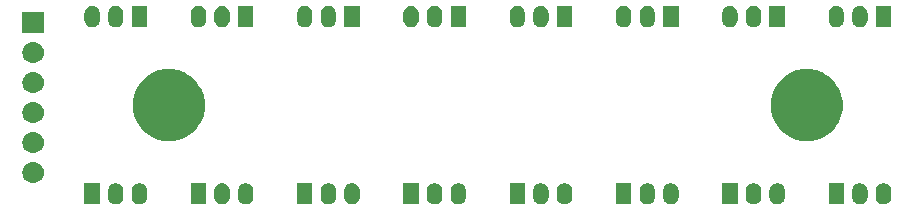
<source format=gbr>
G04 #@! TF.GenerationSoftware,KiCad,Pcbnew,(5.1.2)-1*
G04 #@! TF.CreationDate,2020-06-07T14:36:20+02:00*
G04 #@! TF.ProjectId,sensor-board,73656e73-6f72-42d6-926f-6172642e6b69,rev?*
G04 #@! TF.SameCoordinates,Original*
G04 #@! TF.FileFunction,Soldermask,Bot*
G04 #@! TF.FilePolarity,Negative*
%FSLAX46Y46*%
G04 Gerber Fmt 4.6, Leading zero omitted, Abs format (unit mm)*
G04 Created by KiCad (PCBNEW (5.1.2)-1) date 2020-06-07 14:36:20*
%MOMM*%
%LPD*%
G04 APERTURE LIST*
%ADD10C,0.100000*%
G04 APERTURE END LIST*
D10*
G36*
X121127617Y-95608420D02*
G01*
X121218403Y-95635960D01*
X121250335Y-95645646D01*
X121363424Y-95706094D01*
X121462554Y-95787447D01*
X121543906Y-95886575D01*
X121604354Y-95999664D01*
X121614040Y-96031596D01*
X121641580Y-96122382D01*
X121651000Y-96218027D01*
X121651000Y-96781973D01*
X121641580Y-96877618D01*
X121614040Y-96968404D01*
X121604354Y-97000336D01*
X121543906Y-97113425D01*
X121462554Y-97212554D01*
X121363425Y-97293906D01*
X121250336Y-97354354D01*
X121218404Y-97364040D01*
X121127618Y-97391580D01*
X121000000Y-97404149D01*
X120872383Y-97391580D01*
X120781597Y-97364040D01*
X120749665Y-97354354D01*
X120636576Y-97293906D01*
X120537447Y-97212553D01*
X120456094Y-97113425D01*
X120395646Y-97000336D01*
X120385960Y-96968404D01*
X120358420Y-96877618D01*
X120349000Y-96781973D01*
X120349000Y-96218028D01*
X120358420Y-96122383D01*
X120395645Y-95999669D01*
X120395646Y-95999665D01*
X120456094Y-95886576D01*
X120537447Y-95787446D01*
X120636575Y-95706094D01*
X120749664Y-95645646D01*
X120781596Y-95635960D01*
X120872382Y-95608420D01*
X121000000Y-95595851D01*
X121127617Y-95608420D01*
X121127617Y-95608420D01*
G37*
G36*
X148127617Y-95608420D02*
G01*
X148218403Y-95635960D01*
X148250335Y-95645646D01*
X148363424Y-95706094D01*
X148462554Y-95787447D01*
X148543906Y-95886575D01*
X148604354Y-95999664D01*
X148614040Y-96031596D01*
X148641580Y-96122382D01*
X148651000Y-96218027D01*
X148651000Y-96781973D01*
X148641580Y-96877618D01*
X148614040Y-96968404D01*
X148604354Y-97000336D01*
X148543906Y-97113425D01*
X148462554Y-97212554D01*
X148363425Y-97293906D01*
X148250336Y-97354354D01*
X148218404Y-97364040D01*
X148127618Y-97391580D01*
X148000000Y-97404149D01*
X147872383Y-97391580D01*
X147781597Y-97364040D01*
X147749665Y-97354354D01*
X147636576Y-97293906D01*
X147537447Y-97212553D01*
X147456094Y-97113425D01*
X147395646Y-97000336D01*
X147385960Y-96968404D01*
X147358420Y-96877618D01*
X147349000Y-96781973D01*
X147349000Y-96218028D01*
X147358420Y-96122383D01*
X147395645Y-95999669D01*
X147395646Y-95999665D01*
X147456094Y-95886576D01*
X147537447Y-95787446D01*
X147636575Y-95706094D01*
X147749664Y-95645646D01*
X147781596Y-95635960D01*
X147872382Y-95608420D01*
X148000000Y-95595851D01*
X148127617Y-95608420D01*
X148127617Y-95608420D01*
G37*
G36*
X123127617Y-95608420D02*
G01*
X123218403Y-95635960D01*
X123250335Y-95645646D01*
X123363424Y-95706094D01*
X123462554Y-95787447D01*
X123543906Y-95886575D01*
X123604354Y-95999664D01*
X123614040Y-96031596D01*
X123641580Y-96122382D01*
X123651000Y-96218027D01*
X123651000Y-96781973D01*
X123641580Y-96877618D01*
X123614040Y-96968404D01*
X123604354Y-97000336D01*
X123543906Y-97113425D01*
X123462554Y-97212554D01*
X123363425Y-97293906D01*
X123250336Y-97354354D01*
X123218404Y-97364040D01*
X123127618Y-97391580D01*
X123000000Y-97404149D01*
X122872383Y-97391580D01*
X122781597Y-97364040D01*
X122749665Y-97354354D01*
X122636576Y-97293906D01*
X122537447Y-97212553D01*
X122456094Y-97113425D01*
X122395646Y-97000336D01*
X122385960Y-96968404D01*
X122358420Y-96877618D01*
X122349000Y-96781973D01*
X122349000Y-96218028D01*
X122358420Y-96122383D01*
X122395645Y-95999669D01*
X122395646Y-95999665D01*
X122456094Y-95886576D01*
X122537447Y-95787446D01*
X122636575Y-95706094D01*
X122749664Y-95645646D01*
X122781596Y-95635960D01*
X122872382Y-95608420D01*
X123000000Y-95595851D01*
X123127617Y-95608420D01*
X123127617Y-95608420D01*
G37*
G36*
X132127617Y-95608420D02*
G01*
X132218403Y-95635960D01*
X132250335Y-95645646D01*
X132363424Y-95706094D01*
X132462554Y-95787447D01*
X132543906Y-95886575D01*
X132604354Y-95999664D01*
X132614040Y-96031596D01*
X132641580Y-96122382D01*
X132651000Y-96218027D01*
X132651000Y-96781973D01*
X132641580Y-96877618D01*
X132614040Y-96968404D01*
X132604354Y-97000336D01*
X132543906Y-97113425D01*
X132462554Y-97212554D01*
X132363425Y-97293906D01*
X132250336Y-97354354D01*
X132218404Y-97364040D01*
X132127618Y-97391580D01*
X132000000Y-97404149D01*
X131872383Y-97391580D01*
X131781597Y-97364040D01*
X131749665Y-97354354D01*
X131636576Y-97293906D01*
X131537447Y-97212553D01*
X131456094Y-97113425D01*
X131395646Y-97000336D01*
X131385960Y-96968404D01*
X131358420Y-96877618D01*
X131349000Y-96781973D01*
X131349000Y-96218028D01*
X131358420Y-96122383D01*
X131395645Y-95999669D01*
X131395646Y-95999665D01*
X131456094Y-95886576D01*
X131537447Y-95787446D01*
X131636575Y-95706094D01*
X131749664Y-95645646D01*
X131781596Y-95635960D01*
X131872382Y-95608420D01*
X132000000Y-95595851D01*
X132127617Y-95608420D01*
X132127617Y-95608420D01*
G37*
G36*
X130127617Y-95608420D02*
G01*
X130218403Y-95635960D01*
X130250335Y-95645646D01*
X130363424Y-95706094D01*
X130462554Y-95787447D01*
X130543906Y-95886575D01*
X130604354Y-95999664D01*
X130614040Y-96031596D01*
X130641580Y-96122382D01*
X130651000Y-96218027D01*
X130651000Y-96781973D01*
X130641580Y-96877618D01*
X130614040Y-96968404D01*
X130604354Y-97000336D01*
X130543906Y-97113425D01*
X130462554Y-97212554D01*
X130363425Y-97293906D01*
X130250336Y-97354354D01*
X130218404Y-97364040D01*
X130127618Y-97391580D01*
X130000000Y-97404149D01*
X129872383Y-97391580D01*
X129781597Y-97364040D01*
X129749665Y-97354354D01*
X129636576Y-97293906D01*
X129537447Y-97212553D01*
X129456094Y-97113425D01*
X129395646Y-97000336D01*
X129385960Y-96968404D01*
X129358420Y-96877618D01*
X129349000Y-96781973D01*
X129349000Y-96218028D01*
X129358420Y-96122383D01*
X129395645Y-95999669D01*
X129395646Y-95999665D01*
X129456094Y-95886576D01*
X129537447Y-95787446D01*
X129636575Y-95706094D01*
X129749664Y-95645646D01*
X129781596Y-95635960D01*
X129872382Y-95608420D01*
X130000000Y-95595851D01*
X130127617Y-95608420D01*
X130127617Y-95608420D01*
G37*
G36*
X141127617Y-95608420D02*
G01*
X141218403Y-95635960D01*
X141250335Y-95645646D01*
X141363424Y-95706094D01*
X141462554Y-95787447D01*
X141543906Y-95886575D01*
X141604354Y-95999664D01*
X141614040Y-96031596D01*
X141641580Y-96122382D01*
X141651000Y-96218027D01*
X141651000Y-96781973D01*
X141641580Y-96877618D01*
X141614040Y-96968404D01*
X141604354Y-97000336D01*
X141543906Y-97113425D01*
X141462554Y-97212554D01*
X141363425Y-97293906D01*
X141250336Y-97354354D01*
X141218404Y-97364040D01*
X141127618Y-97391580D01*
X141000000Y-97404149D01*
X140872383Y-97391580D01*
X140781597Y-97364040D01*
X140749665Y-97354354D01*
X140636576Y-97293906D01*
X140537447Y-97212553D01*
X140456094Y-97113425D01*
X140395646Y-97000336D01*
X140385960Y-96968404D01*
X140358420Y-96877618D01*
X140349000Y-96781973D01*
X140349000Y-96218028D01*
X140358420Y-96122383D01*
X140395645Y-95999669D01*
X140395646Y-95999665D01*
X140456094Y-95886576D01*
X140537447Y-95787446D01*
X140636575Y-95706094D01*
X140749664Y-95645646D01*
X140781596Y-95635960D01*
X140872382Y-95608420D01*
X141000000Y-95595851D01*
X141127617Y-95608420D01*
X141127617Y-95608420D01*
G37*
G36*
X139127617Y-95608420D02*
G01*
X139218403Y-95635960D01*
X139250335Y-95645646D01*
X139363424Y-95706094D01*
X139462554Y-95787447D01*
X139543906Y-95886575D01*
X139604354Y-95999664D01*
X139614040Y-96031596D01*
X139641580Y-96122382D01*
X139651000Y-96218027D01*
X139651000Y-96781973D01*
X139641580Y-96877618D01*
X139614040Y-96968404D01*
X139604354Y-97000336D01*
X139543906Y-97113425D01*
X139462554Y-97212554D01*
X139363425Y-97293906D01*
X139250336Y-97354354D01*
X139218404Y-97364040D01*
X139127618Y-97391580D01*
X139000000Y-97404149D01*
X138872383Y-97391580D01*
X138781597Y-97364040D01*
X138749665Y-97354354D01*
X138636576Y-97293906D01*
X138537447Y-97212553D01*
X138456094Y-97113425D01*
X138395646Y-97000336D01*
X138385960Y-96968404D01*
X138358420Y-96877618D01*
X138349000Y-96781973D01*
X138349000Y-96218028D01*
X138358420Y-96122383D01*
X138395645Y-95999669D01*
X138395646Y-95999665D01*
X138456094Y-95886576D01*
X138537447Y-95787446D01*
X138636575Y-95706094D01*
X138749664Y-95645646D01*
X138781596Y-95635960D01*
X138872382Y-95608420D01*
X139000000Y-95595851D01*
X139127617Y-95608420D01*
X139127617Y-95608420D01*
G37*
G36*
X150127617Y-95608420D02*
G01*
X150218403Y-95635960D01*
X150250335Y-95645646D01*
X150363424Y-95706094D01*
X150462554Y-95787447D01*
X150543906Y-95886575D01*
X150604354Y-95999664D01*
X150614040Y-96031596D01*
X150641580Y-96122382D01*
X150651000Y-96218027D01*
X150651000Y-96781973D01*
X150641580Y-96877618D01*
X150614040Y-96968404D01*
X150604354Y-97000336D01*
X150543906Y-97113425D01*
X150462554Y-97212554D01*
X150363425Y-97293906D01*
X150250336Y-97354354D01*
X150218404Y-97364040D01*
X150127618Y-97391580D01*
X150000000Y-97404149D01*
X149872383Y-97391580D01*
X149781597Y-97364040D01*
X149749665Y-97354354D01*
X149636576Y-97293906D01*
X149537447Y-97212553D01*
X149456094Y-97113425D01*
X149395646Y-97000336D01*
X149385960Y-96968404D01*
X149358420Y-96877618D01*
X149349000Y-96781973D01*
X149349000Y-96218028D01*
X149358420Y-96122383D01*
X149395645Y-95999669D01*
X149395646Y-95999665D01*
X149456094Y-95886576D01*
X149537447Y-95787446D01*
X149636575Y-95706094D01*
X149749664Y-95645646D01*
X149781596Y-95635960D01*
X149872382Y-95608420D01*
X150000000Y-95595851D01*
X150127617Y-95608420D01*
X150127617Y-95608420D01*
G37*
G36*
X85127617Y-95608420D02*
G01*
X85218403Y-95635960D01*
X85250335Y-95645646D01*
X85363424Y-95706094D01*
X85462554Y-95787447D01*
X85543906Y-95886575D01*
X85604354Y-95999664D01*
X85614040Y-96031596D01*
X85641580Y-96122382D01*
X85651000Y-96218027D01*
X85651000Y-96781973D01*
X85641580Y-96877618D01*
X85614040Y-96968404D01*
X85604354Y-97000336D01*
X85543906Y-97113425D01*
X85462554Y-97212554D01*
X85363425Y-97293906D01*
X85250336Y-97354354D01*
X85218404Y-97364040D01*
X85127618Y-97391580D01*
X85000000Y-97404149D01*
X84872383Y-97391580D01*
X84781597Y-97364040D01*
X84749665Y-97354354D01*
X84636576Y-97293906D01*
X84537447Y-97212553D01*
X84456094Y-97113425D01*
X84395646Y-97000336D01*
X84385960Y-96968404D01*
X84358420Y-96877618D01*
X84349000Y-96781973D01*
X84349000Y-96218028D01*
X84358420Y-96122383D01*
X84395645Y-95999669D01*
X84395646Y-95999665D01*
X84456094Y-95886576D01*
X84537447Y-95787446D01*
X84636575Y-95706094D01*
X84749664Y-95645646D01*
X84781596Y-95635960D01*
X84872382Y-95608420D01*
X85000000Y-95595851D01*
X85127617Y-95608420D01*
X85127617Y-95608420D01*
G37*
G36*
X112127617Y-95608420D02*
G01*
X112218403Y-95635960D01*
X112250335Y-95645646D01*
X112363424Y-95706094D01*
X112462554Y-95787447D01*
X112543906Y-95886575D01*
X112604354Y-95999664D01*
X112614040Y-96031596D01*
X112641580Y-96122382D01*
X112651000Y-96218027D01*
X112651000Y-96781973D01*
X112641580Y-96877618D01*
X112614040Y-96968404D01*
X112604354Y-97000336D01*
X112543906Y-97113425D01*
X112462554Y-97212554D01*
X112363425Y-97293906D01*
X112250336Y-97354354D01*
X112218404Y-97364040D01*
X112127618Y-97391580D01*
X112000000Y-97404149D01*
X111872383Y-97391580D01*
X111781597Y-97364040D01*
X111749665Y-97354354D01*
X111636576Y-97293906D01*
X111537447Y-97212553D01*
X111456094Y-97113425D01*
X111395646Y-97000336D01*
X111385960Y-96968404D01*
X111358420Y-96877618D01*
X111349000Y-96781973D01*
X111349000Y-96218028D01*
X111358420Y-96122383D01*
X111395645Y-95999669D01*
X111395646Y-95999665D01*
X111456094Y-95886576D01*
X111537447Y-95787446D01*
X111636575Y-95706094D01*
X111749664Y-95645646D01*
X111781596Y-95635960D01*
X111872382Y-95608420D01*
X112000000Y-95595851D01*
X112127617Y-95608420D01*
X112127617Y-95608420D01*
G37*
G36*
X114127617Y-95608420D02*
G01*
X114218403Y-95635960D01*
X114250335Y-95645646D01*
X114363424Y-95706094D01*
X114462554Y-95787447D01*
X114543906Y-95886575D01*
X114604354Y-95999664D01*
X114614040Y-96031596D01*
X114641580Y-96122382D01*
X114651000Y-96218027D01*
X114651000Y-96781973D01*
X114641580Y-96877618D01*
X114614040Y-96968404D01*
X114604354Y-97000336D01*
X114543906Y-97113425D01*
X114462554Y-97212554D01*
X114363425Y-97293906D01*
X114250336Y-97354354D01*
X114218404Y-97364040D01*
X114127618Y-97391580D01*
X114000000Y-97404149D01*
X113872383Y-97391580D01*
X113781597Y-97364040D01*
X113749665Y-97354354D01*
X113636576Y-97293906D01*
X113537447Y-97212553D01*
X113456094Y-97113425D01*
X113395646Y-97000336D01*
X113385960Y-96968404D01*
X113358420Y-96877618D01*
X113349000Y-96781973D01*
X113349000Y-96218028D01*
X113358420Y-96122383D01*
X113395645Y-95999669D01*
X113395646Y-95999665D01*
X113456094Y-95886576D01*
X113537447Y-95787446D01*
X113636575Y-95706094D01*
X113749664Y-95645646D01*
X113781596Y-95635960D01*
X113872382Y-95608420D01*
X114000000Y-95595851D01*
X114127617Y-95608420D01*
X114127617Y-95608420D01*
G37*
G36*
X103127617Y-95608420D02*
G01*
X103218403Y-95635960D01*
X103250335Y-95645646D01*
X103363424Y-95706094D01*
X103462554Y-95787447D01*
X103543906Y-95886575D01*
X103604354Y-95999664D01*
X103614040Y-96031596D01*
X103641580Y-96122382D01*
X103651000Y-96218027D01*
X103651000Y-96781973D01*
X103641580Y-96877618D01*
X103614040Y-96968404D01*
X103604354Y-97000336D01*
X103543906Y-97113425D01*
X103462554Y-97212554D01*
X103363425Y-97293906D01*
X103250336Y-97354354D01*
X103218404Y-97364040D01*
X103127618Y-97391580D01*
X103000000Y-97404149D01*
X102872383Y-97391580D01*
X102781597Y-97364040D01*
X102749665Y-97354354D01*
X102636576Y-97293906D01*
X102537447Y-97212553D01*
X102456094Y-97113425D01*
X102395646Y-97000336D01*
X102385960Y-96968404D01*
X102358420Y-96877618D01*
X102349000Y-96781973D01*
X102349000Y-96218028D01*
X102358420Y-96122383D01*
X102395645Y-95999669D01*
X102395646Y-95999665D01*
X102456094Y-95886576D01*
X102537447Y-95787446D01*
X102636575Y-95706094D01*
X102749664Y-95645646D01*
X102781596Y-95635960D01*
X102872382Y-95608420D01*
X103000000Y-95595851D01*
X103127617Y-95608420D01*
X103127617Y-95608420D01*
G37*
G36*
X94127617Y-95608420D02*
G01*
X94218403Y-95635960D01*
X94250335Y-95645646D01*
X94363424Y-95706094D01*
X94462554Y-95787447D01*
X94543906Y-95886575D01*
X94604354Y-95999664D01*
X94614040Y-96031596D01*
X94641580Y-96122382D01*
X94651000Y-96218027D01*
X94651000Y-96781973D01*
X94641580Y-96877618D01*
X94614040Y-96968404D01*
X94604354Y-97000336D01*
X94543906Y-97113425D01*
X94462554Y-97212554D01*
X94363425Y-97293906D01*
X94250336Y-97354354D01*
X94218404Y-97364040D01*
X94127618Y-97391580D01*
X94000000Y-97404149D01*
X93872383Y-97391580D01*
X93781597Y-97364040D01*
X93749665Y-97354354D01*
X93636576Y-97293906D01*
X93537447Y-97212553D01*
X93456094Y-97113425D01*
X93395646Y-97000336D01*
X93385960Y-96968404D01*
X93358420Y-96877618D01*
X93349000Y-96781973D01*
X93349000Y-96218028D01*
X93358420Y-96122383D01*
X93395645Y-95999669D01*
X93395646Y-95999665D01*
X93456094Y-95886576D01*
X93537447Y-95787446D01*
X93636575Y-95706094D01*
X93749664Y-95645646D01*
X93781596Y-95635960D01*
X93872382Y-95608420D01*
X94000000Y-95595851D01*
X94127617Y-95608420D01*
X94127617Y-95608420D01*
G37*
G36*
X87127617Y-95608420D02*
G01*
X87218403Y-95635960D01*
X87250335Y-95645646D01*
X87363424Y-95706094D01*
X87462554Y-95787447D01*
X87543906Y-95886575D01*
X87604354Y-95999664D01*
X87614040Y-96031596D01*
X87641580Y-96122382D01*
X87651000Y-96218027D01*
X87651000Y-96781973D01*
X87641580Y-96877618D01*
X87614040Y-96968404D01*
X87604354Y-97000336D01*
X87543906Y-97113425D01*
X87462554Y-97212554D01*
X87363425Y-97293906D01*
X87250336Y-97354354D01*
X87218404Y-97364040D01*
X87127618Y-97391580D01*
X87000000Y-97404149D01*
X86872383Y-97391580D01*
X86781597Y-97364040D01*
X86749665Y-97354354D01*
X86636576Y-97293906D01*
X86537447Y-97212553D01*
X86456094Y-97113425D01*
X86395646Y-97000336D01*
X86385960Y-96968404D01*
X86358420Y-96877618D01*
X86349000Y-96781973D01*
X86349000Y-96218028D01*
X86358420Y-96122383D01*
X86395645Y-95999669D01*
X86395646Y-95999665D01*
X86456094Y-95886576D01*
X86537447Y-95787446D01*
X86636575Y-95706094D01*
X86749664Y-95645646D01*
X86781596Y-95635960D01*
X86872382Y-95608420D01*
X87000000Y-95595851D01*
X87127617Y-95608420D01*
X87127617Y-95608420D01*
G37*
G36*
X96127617Y-95608420D02*
G01*
X96218403Y-95635960D01*
X96250335Y-95645646D01*
X96363424Y-95706094D01*
X96462554Y-95787447D01*
X96543906Y-95886575D01*
X96604354Y-95999664D01*
X96614040Y-96031596D01*
X96641580Y-96122382D01*
X96651000Y-96218027D01*
X96651000Y-96781973D01*
X96641580Y-96877618D01*
X96614040Y-96968404D01*
X96604354Y-97000336D01*
X96543906Y-97113425D01*
X96462554Y-97212554D01*
X96363425Y-97293906D01*
X96250336Y-97354354D01*
X96218404Y-97364040D01*
X96127618Y-97391580D01*
X96000000Y-97404149D01*
X95872383Y-97391580D01*
X95781597Y-97364040D01*
X95749665Y-97354354D01*
X95636576Y-97293906D01*
X95537447Y-97212553D01*
X95456094Y-97113425D01*
X95395646Y-97000336D01*
X95385960Y-96968404D01*
X95358420Y-96877618D01*
X95349000Y-96781973D01*
X95349000Y-96218028D01*
X95358420Y-96122383D01*
X95395645Y-95999669D01*
X95395646Y-95999665D01*
X95456094Y-95886576D01*
X95537447Y-95787446D01*
X95636575Y-95706094D01*
X95749664Y-95645646D01*
X95781596Y-95635960D01*
X95872382Y-95608420D01*
X96000000Y-95595851D01*
X96127617Y-95608420D01*
X96127617Y-95608420D01*
G37*
G36*
X105127617Y-95608420D02*
G01*
X105218403Y-95635960D01*
X105250335Y-95645646D01*
X105363424Y-95706094D01*
X105462554Y-95787447D01*
X105543906Y-95886575D01*
X105604354Y-95999664D01*
X105614040Y-96031596D01*
X105641580Y-96122382D01*
X105651000Y-96218027D01*
X105651000Y-96781973D01*
X105641580Y-96877618D01*
X105614040Y-96968404D01*
X105604354Y-97000336D01*
X105543906Y-97113425D01*
X105462554Y-97212554D01*
X105363425Y-97293906D01*
X105250336Y-97354354D01*
X105218404Y-97364040D01*
X105127618Y-97391580D01*
X105000000Y-97404149D01*
X104872383Y-97391580D01*
X104781597Y-97364040D01*
X104749665Y-97354354D01*
X104636576Y-97293906D01*
X104537447Y-97212553D01*
X104456094Y-97113425D01*
X104395646Y-97000336D01*
X104385960Y-96968404D01*
X104358420Y-96877618D01*
X104349000Y-96781973D01*
X104349000Y-96218028D01*
X104358420Y-96122383D01*
X104395645Y-95999669D01*
X104395646Y-95999665D01*
X104456094Y-95886576D01*
X104537447Y-95787446D01*
X104636575Y-95706094D01*
X104749664Y-95645646D01*
X104781596Y-95635960D01*
X104872382Y-95608420D01*
X105000000Y-95595851D01*
X105127617Y-95608420D01*
X105127617Y-95608420D01*
G37*
G36*
X110651000Y-97401000D02*
G01*
X109349000Y-97401000D01*
X109349000Y-95599000D01*
X110651000Y-95599000D01*
X110651000Y-97401000D01*
X110651000Y-97401000D01*
G37*
G36*
X101651000Y-97401000D02*
G01*
X100349000Y-97401000D01*
X100349000Y-95599000D01*
X101651000Y-95599000D01*
X101651000Y-97401000D01*
X101651000Y-97401000D01*
G37*
G36*
X146651000Y-97401000D02*
G01*
X145349000Y-97401000D01*
X145349000Y-95599000D01*
X146651000Y-95599000D01*
X146651000Y-97401000D01*
X146651000Y-97401000D01*
G37*
G36*
X128651000Y-97401000D02*
G01*
X127349000Y-97401000D01*
X127349000Y-95599000D01*
X128651000Y-95599000D01*
X128651000Y-97401000D01*
X128651000Y-97401000D01*
G37*
G36*
X92651000Y-97401000D02*
G01*
X91349000Y-97401000D01*
X91349000Y-95599000D01*
X92651000Y-95599000D01*
X92651000Y-97401000D01*
X92651000Y-97401000D01*
G37*
G36*
X83651000Y-97401000D02*
G01*
X82349000Y-97401000D01*
X82349000Y-95599000D01*
X83651000Y-95599000D01*
X83651000Y-97401000D01*
X83651000Y-97401000D01*
G37*
G36*
X137651000Y-97401000D02*
G01*
X136349000Y-97401000D01*
X136349000Y-95599000D01*
X137651000Y-95599000D01*
X137651000Y-97401000D01*
X137651000Y-97401000D01*
G37*
G36*
X119651000Y-97401000D02*
G01*
X118349000Y-97401000D01*
X118349000Y-95599000D01*
X119651000Y-95599000D01*
X119651000Y-97401000D01*
X119651000Y-97401000D01*
G37*
G36*
X78110443Y-93805519D02*
G01*
X78176627Y-93812037D01*
X78346466Y-93863557D01*
X78502991Y-93947222D01*
X78538729Y-93976552D01*
X78640186Y-94059814D01*
X78723448Y-94161271D01*
X78752778Y-94197009D01*
X78836443Y-94353534D01*
X78887963Y-94523373D01*
X78905359Y-94700000D01*
X78887963Y-94876627D01*
X78836443Y-95046466D01*
X78752778Y-95202991D01*
X78723448Y-95238729D01*
X78640186Y-95340186D01*
X78538729Y-95423448D01*
X78502991Y-95452778D01*
X78346466Y-95536443D01*
X78176627Y-95587963D01*
X78110442Y-95594482D01*
X78044260Y-95601000D01*
X77955740Y-95601000D01*
X77889558Y-95594482D01*
X77823373Y-95587963D01*
X77653534Y-95536443D01*
X77497009Y-95452778D01*
X77461271Y-95423448D01*
X77359814Y-95340186D01*
X77276552Y-95238729D01*
X77247222Y-95202991D01*
X77163557Y-95046466D01*
X77112037Y-94876627D01*
X77094641Y-94700000D01*
X77112037Y-94523373D01*
X77163557Y-94353534D01*
X77247222Y-94197009D01*
X77276552Y-94161271D01*
X77359814Y-94059814D01*
X77461271Y-93976552D01*
X77497009Y-93947222D01*
X77653534Y-93863557D01*
X77823373Y-93812037D01*
X77889557Y-93805519D01*
X77955740Y-93799000D01*
X78044260Y-93799000D01*
X78110443Y-93805519D01*
X78110443Y-93805519D01*
G37*
G36*
X78110442Y-91265518D02*
G01*
X78176627Y-91272037D01*
X78346466Y-91323557D01*
X78502991Y-91407222D01*
X78538729Y-91436552D01*
X78640186Y-91519814D01*
X78723448Y-91621271D01*
X78752778Y-91657009D01*
X78836443Y-91813534D01*
X78887963Y-91983373D01*
X78905359Y-92160000D01*
X78887963Y-92336627D01*
X78836443Y-92506466D01*
X78752778Y-92662991D01*
X78723448Y-92698729D01*
X78640186Y-92800186D01*
X78538729Y-92883448D01*
X78502991Y-92912778D01*
X78346466Y-92996443D01*
X78176627Y-93047963D01*
X78110442Y-93054482D01*
X78044260Y-93061000D01*
X77955740Y-93061000D01*
X77889558Y-93054482D01*
X77823373Y-93047963D01*
X77653534Y-92996443D01*
X77497009Y-92912778D01*
X77461271Y-92883448D01*
X77359814Y-92800186D01*
X77276552Y-92698729D01*
X77247222Y-92662991D01*
X77163557Y-92506466D01*
X77112037Y-92336627D01*
X77094641Y-92160000D01*
X77112037Y-91983373D01*
X77163557Y-91813534D01*
X77247222Y-91657009D01*
X77276552Y-91621271D01*
X77359814Y-91519814D01*
X77461271Y-91436552D01*
X77497009Y-91407222D01*
X77653534Y-91323557D01*
X77823373Y-91272037D01*
X77889558Y-91265518D01*
X77955740Y-91259000D01*
X78044260Y-91259000D01*
X78110442Y-91265518D01*
X78110442Y-91265518D01*
G37*
G36*
X144389943Y-86066248D02*
G01*
X144945189Y-86296238D01*
X145160065Y-86439814D01*
X145444899Y-86630134D01*
X145869866Y-87055101D01*
X146004520Y-87256625D01*
X146203762Y-87554811D01*
X146433752Y-88110057D01*
X146551000Y-88699501D01*
X146551000Y-89300499D01*
X146433752Y-89889943D01*
X146203762Y-90445189D01*
X146136021Y-90546570D01*
X145869866Y-90944899D01*
X145444899Y-91369866D01*
X145194023Y-91537496D01*
X144945189Y-91703762D01*
X144389943Y-91933752D01*
X143800499Y-92051000D01*
X143199501Y-92051000D01*
X142610057Y-91933752D01*
X142054811Y-91703762D01*
X141805977Y-91537496D01*
X141555101Y-91369866D01*
X141130134Y-90944899D01*
X140863979Y-90546570D01*
X140796238Y-90445189D01*
X140566248Y-89889943D01*
X140449000Y-89300499D01*
X140449000Y-88699501D01*
X140566248Y-88110057D01*
X140796238Y-87554811D01*
X140995480Y-87256625D01*
X141130134Y-87055101D01*
X141555101Y-86630134D01*
X141839935Y-86439814D01*
X142054811Y-86296238D01*
X142610057Y-86066248D01*
X143199501Y-85949000D01*
X143800499Y-85949000D01*
X144389943Y-86066248D01*
X144389943Y-86066248D01*
G37*
G36*
X90389943Y-86066248D02*
G01*
X90945189Y-86296238D01*
X91160065Y-86439814D01*
X91444899Y-86630134D01*
X91869866Y-87055101D01*
X92004520Y-87256625D01*
X92203762Y-87554811D01*
X92433752Y-88110057D01*
X92551000Y-88699501D01*
X92551000Y-89300499D01*
X92433752Y-89889943D01*
X92203762Y-90445189D01*
X92136021Y-90546570D01*
X91869866Y-90944899D01*
X91444899Y-91369866D01*
X91194023Y-91537496D01*
X90945189Y-91703762D01*
X90389943Y-91933752D01*
X89800499Y-92051000D01*
X89199501Y-92051000D01*
X88610057Y-91933752D01*
X88054811Y-91703762D01*
X87805977Y-91537496D01*
X87555101Y-91369866D01*
X87130134Y-90944899D01*
X86863979Y-90546570D01*
X86796238Y-90445189D01*
X86566248Y-89889943D01*
X86449000Y-89300499D01*
X86449000Y-88699501D01*
X86566248Y-88110057D01*
X86796238Y-87554811D01*
X86995480Y-87256625D01*
X87130134Y-87055101D01*
X87555101Y-86630134D01*
X87839935Y-86439814D01*
X88054811Y-86296238D01*
X88610057Y-86066248D01*
X89199501Y-85949000D01*
X89800499Y-85949000D01*
X90389943Y-86066248D01*
X90389943Y-86066248D01*
G37*
G36*
X78110442Y-88725518D02*
G01*
X78176627Y-88732037D01*
X78346466Y-88783557D01*
X78502991Y-88867222D01*
X78538729Y-88896552D01*
X78640186Y-88979814D01*
X78723448Y-89081271D01*
X78752778Y-89117009D01*
X78836443Y-89273534D01*
X78887963Y-89443373D01*
X78905359Y-89620000D01*
X78887963Y-89796627D01*
X78836443Y-89966466D01*
X78752778Y-90122991D01*
X78738827Y-90139990D01*
X78640186Y-90260186D01*
X78538729Y-90343448D01*
X78502991Y-90372778D01*
X78346466Y-90456443D01*
X78176627Y-90507963D01*
X78110443Y-90514481D01*
X78044260Y-90521000D01*
X77955740Y-90521000D01*
X77889557Y-90514481D01*
X77823373Y-90507963D01*
X77653534Y-90456443D01*
X77497009Y-90372778D01*
X77461271Y-90343448D01*
X77359814Y-90260186D01*
X77261173Y-90139990D01*
X77247222Y-90122991D01*
X77163557Y-89966466D01*
X77112037Y-89796627D01*
X77094641Y-89620000D01*
X77112037Y-89443373D01*
X77163557Y-89273534D01*
X77247222Y-89117009D01*
X77276552Y-89081271D01*
X77359814Y-88979814D01*
X77461271Y-88896552D01*
X77497009Y-88867222D01*
X77653534Y-88783557D01*
X77823373Y-88732037D01*
X77889558Y-88725518D01*
X77955740Y-88719000D01*
X78044260Y-88719000D01*
X78110442Y-88725518D01*
X78110442Y-88725518D01*
G37*
G36*
X78110442Y-86185518D02*
G01*
X78176627Y-86192037D01*
X78346466Y-86243557D01*
X78502991Y-86327222D01*
X78531147Y-86350329D01*
X78640186Y-86439814D01*
X78719427Y-86536371D01*
X78752778Y-86577009D01*
X78836443Y-86733534D01*
X78887963Y-86903373D01*
X78905359Y-87080000D01*
X78887963Y-87256627D01*
X78836443Y-87426466D01*
X78752778Y-87582991D01*
X78723448Y-87618729D01*
X78640186Y-87720186D01*
X78538729Y-87803448D01*
X78502991Y-87832778D01*
X78346466Y-87916443D01*
X78176627Y-87967963D01*
X78110443Y-87974481D01*
X78044260Y-87981000D01*
X77955740Y-87981000D01*
X77889557Y-87974481D01*
X77823373Y-87967963D01*
X77653534Y-87916443D01*
X77497009Y-87832778D01*
X77461271Y-87803448D01*
X77359814Y-87720186D01*
X77276552Y-87618729D01*
X77247222Y-87582991D01*
X77163557Y-87426466D01*
X77112037Y-87256627D01*
X77094641Y-87080000D01*
X77112037Y-86903373D01*
X77163557Y-86733534D01*
X77247222Y-86577009D01*
X77280573Y-86536371D01*
X77359814Y-86439814D01*
X77468853Y-86350329D01*
X77497009Y-86327222D01*
X77653534Y-86243557D01*
X77823373Y-86192037D01*
X77889558Y-86185518D01*
X77955740Y-86179000D01*
X78044260Y-86179000D01*
X78110442Y-86185518D01*
X78110442Y-86185518D01*
G37*
G36*
X78110443Y-83645519D02*
G01*
X78176627Y-83652037D01*
X78346466Y-83703557D01*
X78502991Y-83787222D01*
X78538729Y-83816552D01*
X78640186Y-83899814D01*
X78723448Y-84001271D01*
X78752778Y-84037009D01*
X78836443Y-84193534D01*
X78887963Y-84363373D01*
X78905359Y-84540000D01*
X78887963Y-84716627D01*
X78836443Y-84886466D01*
X78752778Y-85042991D01*
X78723448Y-85078729D01*
X78640186Y-85180186D01*
X78538729Y-85263448D01*
X78502991Y-85292778D01*
X78346466Y-85376443D01*
X78176627Y-85427963D01*
X78110442Y-85434482D01*
X78044260Y-85441000D01*
X77955740Y-85441000D01*
X77889558Y-85434482D01*
X77823373Y-85427963D01*
X77653534Y-85376443D01*
X77497009Y-85292778D01*
X77461271Y-85263448D01*
X77359814Y-85180186D01*
X77276552Y-85078729D01*
X77247222Y-85042991D01*
X77163557Y-84886466D01*
X77112037Y-84716627D01*
X77094641Y-84540000D01*
X77112037Y-84363373D01*
X77163557Y-84193534D01*
X77247222Y-84037009D01*
X77276552Y-84001271D01*
X77359814Y-83899814D01*
X77461271Y-83816552D01*
X77497009Y-83787222D01*
X77653534Y-83703557D01*
X77823373Y-83652037D01*
X77889557Y-83645519D01*
X77955740Y-83639000D01*
X78044260Y-83639000D01*
X78110443Y-83645519D01*
X78110443Y-83645519D01*
G37*
G36*
X78901000Y-82901000D02*
G01*
X77099000Y-82901000D01*
X77099000Y-81099000D01*
X78901000Y-81099000D01*
X78901000Y-82901000D01*
X78901000Y-82901000D01*
G37*
G36*
X148127618Y-80608420D02*
G01*
X148218404Y-80635960D01*
X148250336Y-80645646D01*
X148363425Y-80706094D01*
X148462554Y-80787446D01*
X148543906Y-80886575D01*
X148604354Y-80999664D01*
X148604355Y-80999668D01*
X148641580Y-81122382D01*
X148651000Y-81218027D01*
X148651000Y-81781973D01*
X148641580Y-81877618D01*
X148614040Y-81968404D01*
X148604354Y-82000336D01*
X148543906Y-82113425D01*
X148462554Y-82212553D01*
X148363424Y-82293906D01*
X148250335Y-82354354D01*
X148218403Y-82364040D01*
X148127617Y-82391580D01*
X148000000Y-82404149D01*
X147872382Y-82391580D01*
X147781596Y-82364040D01*
X147749664Y-82354354D01*
X147636575Y-82293906D01*
X147537447Y-82212554D01*
X147456094Y-82113424D01*
X147395646Y-82000335D01*
X147385960Y-81968403D01*
X147358420Y-81877617D01*
X147349000Y-81781972D01*
X147349000Y-81218027D01*
X147358420Y-81122382D01*
X147395645Y-80999668D01*
X147395646Y-80999664D01*
X147456094Y-80886575D01*
X147537447Y-80787447D01*
X147636576Y-80706094D01*
X147749665Y-80645646D01*
X147781597Y-80635960D01*
X147872383Y-80608420D01*
X148000000Y-80595851D01*
X148127618Y-80608420D01*
X148127618Y-80608420D01*
G37*
G36*
X85127618Y-80608420D02*
G01*
X85218404Y-80635960D01*
X85250336Y-80645646D01*
X85363425Y-80706094D01*
X85462554Y-80787446D01*
X85543906Y-80886575D01*
X85604354Y-80999664D01*
X85604355Y-80999668D01*
X85641580Y-81122382D01*
X85651000Y-81218027D01*
X85651000Y-81781973D01*
X85641580Y-81877618D01*
X85614040Y-81968404D01*
X85604354Y-82000336D01*
X85543906Y-82113425D01*
X85462554Y-82212553D01*
X85363424Y-82293906D01*
X85250335Y-82354354D01*
X85218403Y-82364040D01*
X85127617Y-82391580D01*
X85000000Y-82404149D01*
X84872382Y-82391580D01*
X84781596Y-82364040D01*
X84749664Y-82354354D01*
X84636575Y-82293906D01*
X84537447Y-82212554D01*
X84456094Y-82113424D01*
X84395646Y-82000335D01*
X84385960Y-81968403D01*
X84358420Y-81877617D01*
X84349000Y-81781972D01*
X84349000Y-81218027D01*
X84358420Y-81122382D01*
X84395645Y-80999668D01*
X84395646Y-80999664D01*
X84456094Y-80886575D01*
X84537447Y-80787447D01*
X84636576Y-80706094D01*
X84749665Y-80645646D01*
X84781597Y-80635960D01*
X84872383Y-80608420D01*
X85000000Y-80595851D01*
X85127618Y-80608420D01*
X85127618Y-80608420D01*
G37*
G36*
X83127618Y-80608420D02*
G01*
X83218404Y-80635960D01*
X83250336Y-80645646D01*
X83363425Y-80706094D01*
X83462554Y-80787446D01*
X83543906Y-80886575D01*
X83604354Y-80999664D01*
X83604355Y-80999668D01*
X83641580Y-81122382D01*
X83651000Y-81218027D01*
X83651000Y-81781973D01*
X83641580Y-81877618D01*
X83614040Y-81968404D01*
X83604354Y-82000336D01*
X83543906Y-82113425D01*
X83462554Y-82212553D01*
X83363424Y-82293906D01*
X83250335Y-82354354D01*
X83218403Y-82364040D01*
X83127617Y-82391580D01*
X83000000Y-82404149D01*
X82872382Y-82391580D01*
X82781596Y-82364040D01*
X82749664Y-82354354D01*
X82636575Y-82293906D01*
X82537447Y-82212554D01*
X82456094Y-82113424D01*
X82395646Y-82000335D01*
X82385960Y-81968403D01*
X82358420Y-81877617D01*
X82349000Y-81781972D01*
X82349000Y-81218027D01*
X82358420Y-81122382D01*
X82395645Y-80999668D01*
X82395646Y-80999664D01*
X82456094Y-80886575D01*
X82537447Y-80787447D01*
X82636576Y-80706094D01*
X82749665Y-80645646D01*
X82781597Y-80635960D01*
X82872383Y-80608420D01*
X83000000Y-80595851D01*
X83127618Y-80608420D01*
X83127618Y-80608420D01*
G37*
G36*
X146127618Y-80608420D02*
G01*
X146218404Y-80635960D01*
X146250336Y-80645646D01*
X146363425Y-80706094D01*
X146462554Y-80787446D01*
X146543906Y-80886575D01*
X146604354Y-80999664D01*
X146604355Y-80999668D01*
X146641580Y-81122382D01*
X146651000Y-81218027D01*
X146651000Y-81781973D01*
X146641580Y-81877618D01*
X146614040Y-81968404D01*
X146604354Y-82000336D01*
X146543906Y-82113425D01*
X146462554Y-82212553D01*
X146363424Y-82293906D01*
X146250335Y-82354354D01*
X146218403Y-82364040D01*
X146127617Y-82391580D01*
X146000000Y-82404149D01*
X145872382Y-82391580D01*
X145781596Y-82364040D01*
X145749664Y-82354354D01*
X145636575Y-82293906D01*
X145537447Y-82212554D01*
X145456094Y-82113424D01*
X145395646Y-82000335D01*
X145385960Y-81968403D01*
X145358420Y-81877617D01*
X145349000Y-81781972D01*
X145349000Y-81218027D01*
X145358420Y-81122382D01*
X145395645Y-80999668D01*
X145395646Y-80999664D01*
X145456094Y-80886575D01*
X145537447Y-80787447D01*
X145636576Y-80706094D01*
X145749665Y-80645646D01*
X145781597Y-80635960D01*
X145872383Y-80608420D01*
X146000000Y-80595851D01*
X146127618Y-80608420D01*
X146127618Y-80608420D01*
G37*
G36*
X139127618Y-80608420D02*
G01*
X139218404Y-80635960D01*
X139250336Y-80645646D01*
X139363425Y-80706094D01*
X139462554Y-80787446D01*
X139543906Y-80886575D01*
X139604354Y-80999664D01*
X139604355Y-80999668D01*
X139641580Y-81122382D01*
X139651000Y-81218027D01*
X139651000Y-81781973D01*
X139641580Y-81877618D01*
X139614040Y-81968404D01*
X139604354Y-82000336D01*
X139543906Y-82113425D01*
X139462554Y-82212553D01*
X139363424Y-82293906D01*
X139250335Y-82354354D01*
X139218403Y-82364040D01*
X139127617Y-82391580D01*
X139000000Y-82404149D01*
X138872382Y-82391580D01*
X138781596Y-82364040D01*
X138749664Y-82354354D01*
X138636575Y-82293906D01*
X138537447Y-82212554D01*
X138456094Y-82113424D01*
X138395646Y-82000335D01*
X138385960Y-81968403D01*
X138358420Y-81877617D01*
X138349000Y-81781972D01*
X138349000Y-81218027D01*
X138358420Y-81122382D01*
X138395645Y-80999668D01*
X138395646Y-80999664D01*
X138456094Y-80886575D01*
X138537447Y-80787447D01*
X138636576Y-80706094D01*
X138749665Y-80645646D01*
X138781597Y-80635960D01*
X138872383Y-80608420D01*
X139000000Y-80595851D01*
X139127618Y-80608420D01*
X139127618Y-80608420D01*
G37*
G36*
X137127618Y-80608420D02*
G01*
X137218404Y-80635960D01*
X137250336Y-80645646D01*
X137363425Y-80706094D01*
X137462554Y-80787446D01*
X137543906Y-80886575D01*
X137604354Y-80999664D01*
X137604355Y-80999668D01*
X137641580Y-81122382D01*
X137651000Y-81218027D01*
X137651000Y-81781973D01*
X137641580Y-81877618D01*
X137614040Y-81968404D01*
X137604354Y-82000336D01*
X137543906Y-82113425D01*
X137462554Y-82212553D01*
X137363424Y-82293906D01*
X137250335Y-82354354D01*
X137218403Y-82364040D01*
X137127617Y-82391580D01*
X137000000Y-82404149D01*
X136872382Y-82391580D01*
X136781596Y-82364040D01*
X136749664Y-82354354D01*
X136636575Y-82293906D01*
X136537447Y-82212554D01*
X136456094Y-82113424D01*
X136395646Y-82000335D01*
X136385960Y-81968403D01*
X136358420Y-81877617D01*
X136349000Y-81781972D01*
X136349000Y-81218027D01*
X136358420Y-81122382D01*
X136395645Y-80999668D01*
X136395646Y-80999664D01*
X136456094Y-80886575D01*
X136537447Y-80787447D01*
X136636576Y-80706094D01*
X136749665Y-80645646D01*
X136781597Y-80635960D01*
X136872383Y-80608420D01*
X137000000Y-80595851D01*
X137127618Y-80608420D01*
X137127618Y-80608420D01*
G37*
G36*
X128127618Y-80608420D02*
G01*
X128218404Y-80635960D01*
X128250336Y-80645646D01*
X128363425Y-80706094D01*
X128462554Y-80787446D01*
X128543906Y-80886575D01*
X128604354Y-80999664D01*
X128604355Y-80999668D01*
X128641580Y-81122382D01*
X128651000Y-81218027D01*
X128651000Y-81781973D01*
X128641580Y-81877618D01*
X128614040Y-81968404D01*
X128604354Y-82000336D01*
X128543906Y-82113425D01*
X128462554Y-82212553D01*
X128363424Y-82293906D01*
X128250335Y-82354354D01*
X128218403Y-82364040D01*
X128127617Y-82391580D01*
X128000000Y-82404149D01*
X127872382Y-82391580D01*
X127781596Y-82364040D01*
X127749664Y-82354354D01*
X127636575Y-82293906D01*
X127537447Y-82212554D01*
X127456094Y-82113424D01*
X127395646Y-82000335D01*
X127385960Y-81968403D01*
X127358420Y-81877617D01*
X127349000Y-81781972D01*
X127349000Y-81218027D01*
X127358420Y-81122382D01*
X127395645Y-80999668D01*
X127395646Y-80999664D01*
X127456094Y-80886575D01*
X127537447Y-80787447D01*
X127636576Y-80706094D01*
X127749665Y-80645646D01*
X127781597Y-80635960D01*
X127872383Y-80608420D01*
X128000000Y-80595851D01*
X128127618Y-80608420D01*
X128127618Y-80608420D01*
G37*
G36*
X119127618Y-80608420D02*
G01*
X119218404Y-80635960D01*
X119250336Y-80645646D01*
X119363425Y-80706094D01*
X119462554Y-80787446D01*
X119543906Y-80886575D01*
X119604354Y-80999664D01*
X119604355Y-80999668D01*
X119641580Y-81122382D01*
X119651000Y-81218027D01*
X119651000Y-81781973D01*
X119641580Y-81877618D01*
X119614040Y-81968404D01*
X119604354Y-82000336D01*
X119543906Y-82113425D01*
X119462554Y-82212553D01*
X119363424Y-82293906D01*
X119250335Y-82354354D01*
X119218403Y-82364040D01*
X119127617Y-82391580D01*
X119000000Y-82404149D01*
X118872382Y-82391580D01*
X118781596Y-82364040D01*
X118749664Y-82354354D01*
X118636575Y-82293906D01*
X118537447Y-82212554D01*
X118456094Y-82113424D01*
X118395646Y-82000335D01*
X118385960Y-81968403D01*
X118358420Y-81877617D01*
X118349000Y-81781972D01*
X118349000Y-81218027D01*
X118358420Y-81122382D01*
X118395645Y-80999668D01*
X118395646Y-80999664D01*
X118456094Y-80886575D01*
X118537447Y-80787447D01*
X118636576Y-80706094D01*
X118749665Y-80645646D01*
X118781597Y-80635960D01*
X118872383Y-80608420D01*
X119000000Y-80595851D01*
X119127618Y-80608420D01*
X119127618Y-80608420D01*
G37*
G36*
X121127618Y-80608420D02*
G01*
X121218404Y-80635960D01*
X121250336Y-80645646D01*
X121363425Y-80706094D01*
X121462554Y-80787446D01*
X121543906Y-80886575D01*
X121604354Y-80999664D01*
X121604355Y-80999668D01*
X121641580Y-81122382D01*
X121651000Y-81218027D01*
X121651000Y-81781973D01*
X121641580Y-81877618D01*
X121614040Y-81968404D01*
X121604354Y-82000336D01*
X121543906Y-82113425D01*
X121462554Y-82212553D01*
X121363424Y-82293906D01*
X121250335Y-82354354D01*
X121218403Y-82364040D01*
X121127617Y-82391580D01*
X121000000Y-82404149D01*
X120872382Y-82391580D01*
X120781596Y-82364040D01*
X120749664Y-82354354D01*
X120636575Y-82293906D01*
X120537447Y-82212554D01*
X120456094Y-82113424D01*
X120395646Y-82000335D01*
X120385960Y-81968403D01*
X120358420Y-81877617D01*
X120349000Y-81781972D01*
X120349000Y-81218027D01*
X120358420Y-81122382D01*
X120395645Y-80999668D01*
X120395646Y-80999664D01*
X120456094Y-80886575D01*
X120537447Y-80787447D01*
X120636576Y-80706094D01*
X120749665Y-80645646D01*
X120781597Y-80635960D01*
X120872383Y-80608420D01*
X121000000Y-80595851D01*
X121127618Y-80608420D01*
X121127618Y-80608420D01*
G37*
G36*
X110127618Y-80608420D02*
G01*
X110218404Y-80635960D01*
X110250336Y-80645646D01*
X110363425Y-80706094D01*
X110462554Y-80787446D01*
X110543906Y-80886575D01*
X110604354Y-80999664D01*
X110604355Y-80999668D01*
X110641580Y-81122382D01*
X110651000Y-81218027D01*
X110651000Y-81781973D01*
X110641580Y-81877618D01*
X110614040Y-81968404D01*
X110604354Y-82000336D01*
X110543906Y-82113425D01*
X110462554Y-82212553D01*
X110363424Y-82293906D01*
X110250335Y-82354354D01*
X110218403Y-82364040D01*
X110127617Y-82391580D01*
X110000000Y-82404149D01*
X109872382Y-82391580D01*
X109781596Y-82364040D01*
X109749664Y-82354354D01*
X109636575Y-82293906D01*
X109537447Y-82212554D01*
X109456094Y-82113424D01*
X109395646Y-82000335D01*
X109385960Y-81968403D01*
X109358420Y-81877617D01*
X109349000Y-81781972D01*
X109349000Y-81218027D01*
X109358420Y-81122382D01*
X109395645Y-80999668D01*
X109395646Y-80999664D01*
X109456094Y-80886575D01*
X109537447Y-80787447D01*
X109636576Y-80706094D01*
X109749665Y-80645646D01*
X109781597Y-80635960D01*
X109872383Y-80608420D01*
X110000000Y-80595851D01*
X110127618Y-80608420D01*
X110127618Y-80608420D01*
G37*
G36*
X112127618Y-80608420D02*
G01*
X112218404Y-80635960D01*
X112250336Y-80645646D01*
X112363425Y-80706094D01*
X112462554Y-80787446D01*
X112543906Y-80886575D01*
X112604354Y-80999664D01*
X112604355Y-80999668D01*
X112641580Y-81122382D01*
X112651000Y-81218027D01*
X112651000Y-81781973D01*
X112641580Y-81877618D01*
X112614040Y-81968404D01*
X112604354Y-82000336D01*
X112543906Y-82113425D01*
X112462554Y-82212553D01*
X112363424Y-82293906D01*
X112250335Y-82354354D01*
X112218403Y-82364040D01*
X112127617Y-82391580D01*
X112000000Y-82404149D01*
X111872382Y-82391580D01*
X111781596Y-82364040D01*
X111749664Y-82354354D01*
X111636575Y-82293906D01*
X111537447Y-82212554D01*
X111456094Y-82113424D01*
X111395646Y-82000335D01*
X111385960Y-81968403D01*
X111358420Y-81877617D01*
X111349000Y-81781972D01*
X111349000Y-81218027D01*
X111358420Y-81122382D01*
X111395645Y-80999668D01*
X111395646Y-80999664D01*
X111456094Y-80886575D01*
X111537447Y-80787447D01*
X111636576Y-80706094D01*
X111749665Y-80645646D01*
X111781597Y-80635960D01*
X111872383Y-80608420D01*
X112000000Y-80595851D01*
X112127618Y-80608420D01*
X112127618Y-80608420D01*
G37*
G36*
X101127618Y-80608420D02*
G01*
X101218404Y-80635960D01*
X101250336Y-80645646D01*
X101363425Y-80706094D01*
X101462554Y-80787446D01*
X101543906Y-80886575D01*
X101604354Y-80999664D01*
X101604355Y-80999668D01*
X101641580Y-81122382D01*
X101651000Y-81218027D01*
X101651000Y-81781973D01*
X101641580Y-81877618D01*
X101614040Y-81968404D01*
X101604354Y-82000336D01*
X101543906Y-82113425D01*
X101462554Y-82212553D01*
X101363424Y-82293906D01*
X101250335Y-82354354D01*
X101218403Y-82364040D01*
X101127617Y-82391580D01*
X101000000Y-82404149D01*
X100872382Y-82391580D01*
X100781596Y-82364040D01*
X100749664Y-82354354D01*
X100636575Y-82293906D01*
X100537447Y-82212554D01*
X100456094Y-82113424D01*
X100395646Y-82000335D01*
X100385960Y-81968403D01*
X100358420Y-81877617D01*
X100349000Y-81781972D01*
X100349000Y-81218027D01*
X100358420Y-81122382D01*
X100395645Y-80999668D01*
X100395646Y-80999664D01*
X100456094Y-80886575D01*
X100537447Y-80787447D01*
X100636576Y-80706094D01*
X100749665Y-80645646D01*
X100781597Y-80635960D01*
X100872383Y-80608420D01*
X101000000Y-80595851D01*
X101127618Y-80608420D01*
X101127618Y-80608420D01*
G37*
G36*
X103127618Y-80608420D02*
G01*
X103218404Y-80635960D01*
X103250336Y-80645646D01*
X103363425Y-80706094D01*
X103462554Y-80787446D01*
X103543906Y-80886575D01*
X103604354Y-80999664D01*
X103604355Y-80999668D01*
X103641580Y-81122382D01*
X103651000Y-81218027D01*
X103651000Y-81781973D01*
X103641580Y-81877618D01*
X103614040Y-81968404D01*
X103604354Y-82000336D01*
X103543906Y-82113425D01*
X103462554Y-82212553D01*
X103363424Y-82293906D01*
X103250335Y-82354354D01*
X103218403Y-82364040D01*
X103127617Y-82391580D01*
X103000000Y-82404149D01*
X102872382Y-82391580D01*
X102781596Y-82364040D01*
X102749664Y-82354354D01*
X102636575Y-82293906D01*
X102537447Y-82212554D01*
X102456094Y-82113424D01*
X102395646Y-82000335D01*
X102385960Y-81968403D01*
X102358420Y-81877617D01*
X102349000Y-81781972D01*
X102349000Y-81218027D01*
X102358420Y-81122382D01*
X102395645Y-80999668D01*
X102395646Y-80999664D01*
X102456094Y-80886575D01*
X102537447Y-80787447D01*
X102636576Y-80706094D01*
X102749665Y-80645646D01*
X102781597Y-80635960D01*
X102872383Y-80608420D01*
X103000000Y-80595851D01*
X103127618Y-80608420D01*
X103127618Y-80608420D01*
G37*
G36*
X92127618Y-80608420D02*
G01*
X92218404Y-80635960D01*
X92250336Y-80645646D01*
X92363425Y-80706094D01*
X92462554Y-80787446D01*
X92543906Y-80886575D01*
X92604354Y-80999664D01*
X92604355Y-80999668D01*
X92641580Y-81122382D01*
X92651000Y-81218027D01*
X92651000Y-81781973D01*
X92641580Y-81877618D01*
X92614040Y-81968404D01*
X92604354Y-82000336D01*
X92543906Y-82113425D01*
X92462554Y-82212553D01*
X92363424Y-82293906D01*
X92250335Y-82354354D01*
X92218403Y-82364040D01*
X92127617Y-82391580D01*
X92000000Y-82404149D01*
X91872382Y-82391580D01*
X91781596Y-82364040D01*
X91749664Y-82354354D01*
X91636575Y-82293906D01*
X91537447Y-82212554D01*
X91456094Y-82113424D01*
X91395646Y-82000335D01*
X91385960Y-81968403D01*
X91358420Y-81877617D01*
X91349000Y-81781972D01*
X91349000Y-81218027D01*
X91358420Y-81122382D01*
X91395645Y-80999668D01*
X91395646Y-80999664D01*
X91456094Y-80886575D01*
X91537447Y-80787447D01*
X91636576Y-80706094D01*
X91749665Y-80645646D01*
X91781597Y-80635960D01*
X91872383Y-80608420D01*
X92000000Y-80595851D01*
X92127618Y-80608420D01*
X92127618Y-80608420D01*
G37*
G36*
X94127618Y-80608420D02*
G01*
X94218404Y-80635960D01*
X94250336Y-80645646D01*
X94363425Y-80706094D01*
X94462554Y-80787446D01*
X94543906Y-80886575D01*
X94604354Y-80999664D01*
X94604355Y-80999668D01*
X94641580Y-81122382D01*
X94651000Y-81218027D01*
X94651000Y-81781973D01*
X94641580Y-81877618D01*
X94614040Y-81968404D01*
X94604354Y-82000336D01*
X94543906Y-82113425D01*
X94462554Y-82212553D01*
X94363424Y-82293906D01*
X94250335Y-82354354D01*
X94218403Y-82364040D01*
X94127617Y-82391580D01*
X94000000Y-82404149D01*
X93872382Y-82391580D01*
X93781596Y-82364040D01*
X93749664Y-82354354D01*
X93636575Y-82293906D01*
X93537447Y-82212554D01*
X93456094Y-82113424D01*
X93395646Y-82000335D01*
X93385960Y-81968403D01*
X93358420Y-81877617D01*
X93349000Y-81781972D01*
X93349000Y-81218027D01*
X93358420Y-81122382D01*
X93395645Y-80999668D01*
X93395646Y-80999664D01*
X93456094Y-80886575D01*
X93537447Y-80787447D01*
X93636576Y-80706094D01*
X93749665Y-80645646D01*
X93781597Y-80635960D01*
X93872383Y-80608420D01*
X94000000Y-80595851D01*
X94127618Y-80608420D01*
X94127618Y-80608420D01*
G37*
G36*
X130127618Y-80608420D02*
G01*
X130218404Y-80635960D01*
X130250336Y-80645646D01*
X130363425Y-80706094D01*
X130462554Y-80787446D01*
X130543906Y-80886575D01*
X130604354Y-80999664D01*
X130604355Y-80999668D01*
X130641580Y-81122382D01*
X130651000Y-81218027D01*
X130651000Y-81781973D01*
X130641580Y-81877618D01*
X130614040Y-81968404D01*
X130604354Y-82000336D01*
X130543906Y-82113425D01*
X130462554Y-82212553D01*
X130363424Y-82293906D01*
X130250335Y-82354354D01*
X130218403Y-82364040D01*
X130127617Y-82391580D01*
X130000000Y-82404149D01*
X129872382Y-82391580D01*
X129781596Y-82364040D01*
X129749664Y-82354354D01*
X129636575Y-82293906D01*
X129537447Y-82212554D01*
X129456094Y-82113424D01*
X129395646Y-82000335D01*
X129385960Y-81968403D01*
X129358420Y-81877617D01*
X129349000Y-81781972D01*
X129349000Y-81218027D01*
X129358420Y-81122382D01*
X129395645Y-80999668D01*
X129395646Y-80999664D01*
X129456094Y-80886575D01*
X129537447Y-80787447D01*
X129636576Y-80706094D01*
X129749665Y-80645646D01*
X129781597Y-80635960D01*
X129872383Y-80608420D01*
X130000000Y-80595851D01*
X130127618Y-80608420D01*
X130127618Y-80608420D01*
G37*
G36*
X96651000Y-82401000D02*
G01*
X95349000Y-82401000D01*
X95349000Y-80599000D01*
X96651000Y-80599000D01*
X96651000Y-82401000D01*
X96651000Y-82401000D01*
G37*
G36*
X105651000Y-82401000D02*
G01*
X104349000Y-82401000D01*
X104349000Y-80599000D01*
X105651000Y-80599000D01*
X105651000Y-82401000D01*
X105651000Y-82401000D01*
G37*
G36*
X150651000Y-82401000D02*
G01*
X149349000Y-82401000D01*
X149349000Y-80599000D01*
X150651000Y-80599000D01*
X150651000Y-82401000D01*
X150651000Y-82401000D01*
G37*
G36*
X141651000Y-82401000D02*
G01*
X140349000Y-82401000D01*
X140349000Y-80599000D01*
X141651000Y-80599000D01*
X141651000Y-82401000D01*
X141651000Y-82401000D01*
G37*
G36*
X132651000Y-82401000D02*
G01*
X131349000Y-82401000D01*
X131349000Y-80599000D01*
X132651000Y-80599000D01*
X132651000Y-82401000D01*
X132651000Y-82401000D01*
G37*
G36*
X123651000Y-82401000D02*
G01*
X122349000Y-82401000D01*
X122349000Y-80599000D01*
X123651000Y-80599000D01*
X123651000Y-82401000D01*
X123651000Y-82401000D01*
G37*
G36*
X114651000Y-82401000D02*
G01*
X113349000Y-82401000D01*
X113349000Y-80599000D01*
X114651000Y-80599000D01*
X114651000Y-82401000D01*
X114651000Y-82401000D01*
G37*
G36*
X87651000Y-82401000D02*
G01*
X86349000Y-82401000D01*
X86349000Y-80599000D01*
X87651000Y-80599000D01*
X87651000Y-82401000D01*
X87651000Y-82401000D01*
G37*
M02*

</source>
